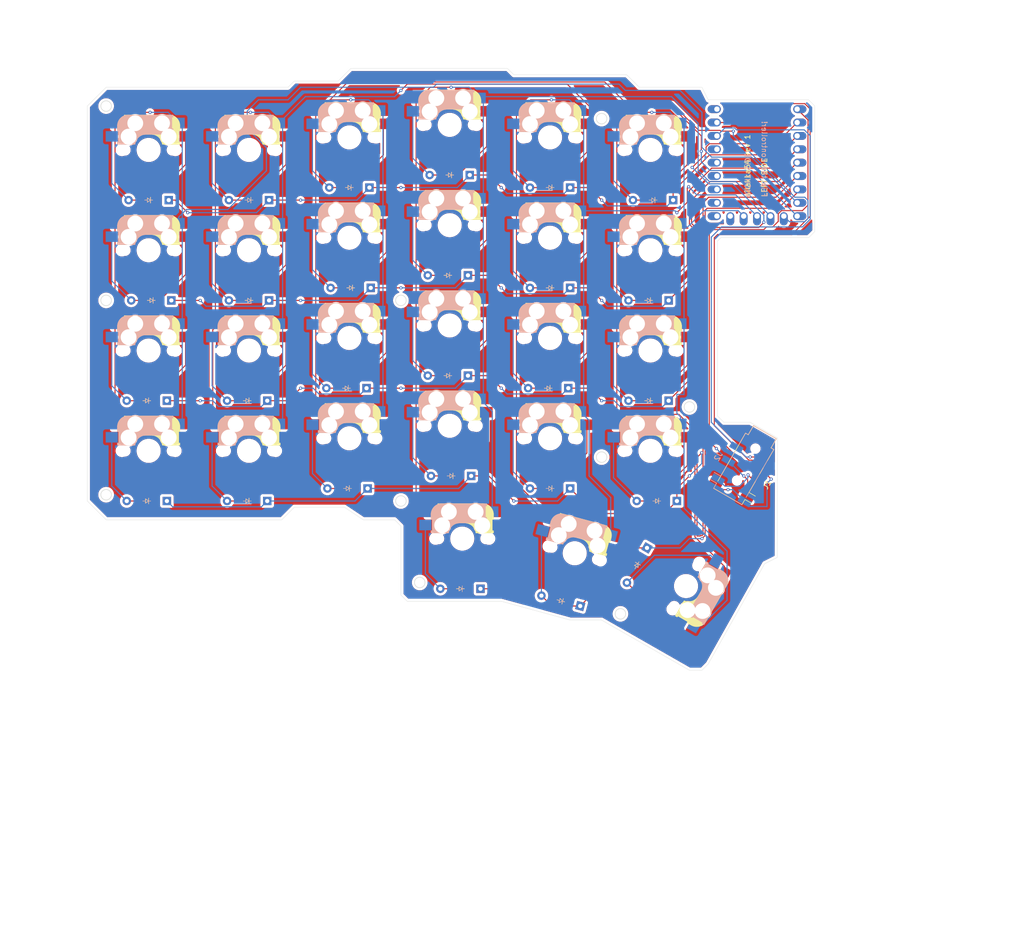
<source format=kicad_pcb>
(kicad_pcb (version 20240108) (generator "pcbnew") (generator_version "8.0")
  (layers (0 "F.Cu" signal) (31 "B.Cu" signal) (34 "B.Paste" user) (35 "F.Paste" user) (36 "B.SilkS" user "B.Silkscreen") (37 "F.SilkS" user "F.Silkscreen") (38 "B.Mask" user) (39 "F.Mask" user) (44 "Edge.Cuts" user))
  (net 0 "")
  (net 1 "Net-(D1-A)")
  (net 2 "ROW0")
  (net 3 "Net-(D2-A)")
  (net 4 "Net-(D3-A)")
  (net 5 "Net-(D4-A)")
  (net 6 "Net-(D5-A)")
  (net 7 "Net-(D6-A)")
  (net 8 "ROW1")
  (net 9 "Net-(D7-A)")
  (net 10 "Net-(D8-A)")
  (net 11 "Net-(D9-A)")
  (net 12 "Net-(D10-A)")
  (net 13 "Net-(D11-A)")
  (net 14 "Net-(D12-A)")
  (net 15 "Net-(D13-A)")
  (net 16 "ROW2")
  (net 17 "Net-(D14-A)")
  (net 18 "Net-(D15-A)")
  (net 19 "Net-(D16-A)")
  (net 20 "Net-(D17-A)")
  (net 21 "Net-(D18-A)")
  (net 22 "ROW3")
  (net 23 "Net-(D19-A)")
  (net 24 "Net-(D20-A)")
  (net 25 "Net-(D21-A)")
  (net 26 "Net-(D22-A)")
  (net 27 "Net-(D23-A)")
  (net 28 "Net-(D24-A)")
  (net 29 "Net-(D25-A)")
  (net 30 "ROW4")
  (net 31 "Net-(D26-A)")
  (net 32 "Net-(D27-A)")
  (net 33 "COL0")
  (net 34 "COL1")
  (net 35 "COL2")
  (net 36 "COL3")
  (net 37 "COL4")
  (net 38 "COL5")
  (net 40 "RX")
  (net 41 "VCC")
  (net 47 "TX")
  (net 48 "GND")
  (footprint "ScottoKeebs_Components:Diode_DO-35" (layer "F.Cu") (at 138.92875 88.10625 180)
    (property "Reference" "D18" (hide yes))
    (property "Value" "Diode" (hide yes))
  )
  (footprint "own:M2_hole" (layer "F.Cu") (at 32.146875 105.965625)
    (property "Reference" "REF**" (hide yes))
    (property "Value" "M2_hole")
    (fp_circle (center 0 0) (end 1 0) (stroke (width 0.1)) (fill none) (layer "Edge.Cuts"))
  )
  (footprint "ScottoKeebs_Components:Diode_DO-35" (layer "F.Cu") (at 82.37875 66.675 180)
    (property "Reference" "D9" (hide yes))
    (property "Value" "Diode" (hide yes))
  )
  (footprint "ScottoKeebs_Components:Diode_DO-35" (layer "F.Cu") (at 120.228749 47.625001 180)
    (property "Reference" "D5" (hide yes))
    (property "Value" "Diode" (hide yes))
  )
  (footprint "kbd:CherryMX_MidHeight_Hotswap" (layer "F.Cu") (at 99.75 114.3)
    (property "Reference" "S25" (hide yes))
    (property "Value" "Keyswitch" (hide yes))
  )
  (footprint "ScottoKeebs_Components:Diode_DO-35" (layer "F.Cu") (at 134.8175 116.066052 -120)
    (property "Reference" "D27" (hide yes))
    (property "Value" "Diode" (hide yes))
  )
  (footprint "kbd:CherryMX_MidHeight_Hotswap" (layer "F.Cu") (at 116.41875 57.15)
    (property "Reference" "S11" (hide yes))
    (property "Value" "Keyswitch" (hide yes))
  )
  (footprint "kbd:CherryMX_MidHeight_Hotswap" (layer "F.Cu") (at 116.41875 38.1)
    (property "Reference" "S5" (hide yes))
    (property "Value" "Keyswitch" (hide yes))
  )
  (footprint "kbd:CherryMX_MidHeight_Hotswap" (layer "F.Cu") (at 135.46875 40.48125)
    (property "Reference" "S6" (hide yes))
    (property "Value" "Keyswitch" (hide yes))
  )
  (footprint "own:M2_hole" (layer "F.Cu") (at 88.10625 69.05625)
    (property "Reference" "REF**" (hide yes))
    (property "Value" "M2_hole")
    (fp_circle (center 0 0) (end 1 0) (stroke (width 0.1)) (fill none) (layer "Edge.Cuts"))
  )
  (footprint "kbd:CherryMX_MidHeight_Hotswap" (layer "F.Cu") (at 97.36875 54.76875)
    (property "Reference" "S10" (hide yes))
    (property "Value" "Keyswitch" (hide yes))
  )
  (footprint "ScottoKeebs_Components:Diode_DO-35" (layer "F.Cu") (at 103.210002 123.825001 180)
    (property "Reference" "D25" (hide yes))
    (property "Value" "Diode" (hide yes))
  )
  (footprint "kbd:CherryMX_MidHeight_Hotswap" (layer "F.Cu") (at 116.41875 95.25)
    (property "Reference" "S23" (hide yes))
    (property "Value" "Keyswitch" (hide yes))
  )
  (footprint "ScottoKeebs_Components:Diode_DO-35" (layer "F.Cu") (at 100.82875 83.34375 180)
    (property "Reference" "D16" (hide yes))
    (property "Value" "Diode" (hide yes))
  )
  (footprint "ScottoKeebs_Components:Diode_DO-35" (layer "F.Cu") (at 81.778752 104.775001 180)
    (property "Reference" "D21" (hide yes))
    (property "Value" "Diode" (hide yes))
  )
  (footprint "own:M2_hole" (layer "F.Cu") (at 91.678125 122.634375)
    (property "Reference" "REF**" (hide yes))
    (property "Value" "M2_hole")
    (fp_circle (center 0 0) (end 1 0) (stroke (width 0.1)) (fill none) (layer "Edge.Cuts"))
  )
  (footprint "ScottoKeebs_Components:Diode_DO-35" (layer "F.Cu") (at 62.72875 88.10625 180)
    (property "Reference" "D14" (hide yes))
    (property "Value" "Diode" (hide yes))
  )
  (footprint "kbd:CherryMX_MidHeight_Hotswap" (layer "F.Cu") (at 78.31875 38.1)
    (property "Reference" "S3" (hide yes))
    (property "Value" "Keyswitch" (hide yes))
  )
  (footprint "kbd:CherryMX_MidHeight_Hotswap" (layer "F.Cu") (at 121.09875 117.08125 -15)
    (property "Reference" "S26" (hide yes))
    (property "Value" "Keyswitch" (hide yes))
  )
  (footprint "kbd:CherryMX_MidHeight_Hotswap" (layer "F.Cu") (at 116.41875 76.2)
    (property "Reference" "S17" (hide yes))
    (property "Value" "Keyswitch" (hide yes))
  )
  (footprint "kbd:CherryMX_MidHeight_Hotswap" (layer "F.Cu") (at 59.26875 59.53125)
    (property "Reference" "S8" (hide yes))
    (property "Value" "Keyswitch" (hide yes))
  )
  (footprint "own:M2_hole" (layer "F.Cu") (at 88.10625 107.15625)
    (property "Reference" "REF**" (hide yes))
    (property "Value" "M2_hole")
    (fp_circle (center 0 0) (end 1 0) (stroke (width 0.1)) (fill none) (layer "Edge.Cuts"))
  )
  (footprint "Connector_Audio:Jack_3.5mm_PJ320D_Horizontal" (layer "F.Cu") (at 153.023328 101.341521 -120)
    (property "Reference" "J1")
    (property "Value" "AudioJack4")
  )
  (footprint "ScottoKeebs_Components:Diode_DO-35" (layer "F.Cu") (at 82.128749 47.625 180)
    (property "Reference" "D3" (hide yes))
    (property "Value" "Diode" (hide yes))
  )
  (footprint "own:M2_hole" (layer "F.Cu") (at 126.20625 34.528125)
    (property "Reference" "REF**" (hide yes))
    (property "Value" "M2_hole")
    (fp_circle (center 0 0) (end 1 0) (stroke (width 0.1)) (fill none) (layer "Edge.Cuts"))
  )
  (footprint "ScottoKeebs_Components:Diode_DO-35" (layer "F.Cu") (at 44.028749 50.006251 180)
    (property "Reference" "D1" (hide yes))
    (property "Value" "Diode" (hide yes))
  )
  (footprint "own:M2_hole" (layer "F.Cu") (at 142.875 89.296875)
    (property "Reference" "REF**" (hide yes))
    (property "Value" "M2_hole")
    (fp_circle (center 0 0) (end 1 0) (stroke (width 0.1)) (fill none) (layer "Edge.Cuts"))
  )
  (footprint "ScottoKeebs_Components:Diode_DO-35" (layer "F.Cu") (at 44.52875 69.05625 180)
    (property "Reference" "D7" (hide yes))
    (property "Value" "Diode" (hide yes))
  )
  (footprint "kbd:CherryMX_MidHeight_Hotswap" (layer "F.Cu") (at 40.21875 78.58125)
    (property "Reference" "S13" (hide yes))
    (property "Value" "Keyswitch" (hide yes))
  )
  (footprint "kbd:CherryMX_MidHeight_Hotswap" (layer "F.Cu") (at 97.36875 73.81875)
    (property "Reference" "S16" (hide yes))
    (property "Value" "Keyswitch" (hide yes))
  )
  (footprint "own:M2_hole" (layer "F.Cu") (at 126.20625 98.821875)
    (property "Reference" "REF**" (hide yes))
    (property "Value" "M2_hole")
    (fp_circle (center 0 0) (end 1 0) (stroke (width 0.1)) (fill none) (layer "Edge.Cuts"))
  )
  (footprint "kbd:CherryMX_MidHeight_Hotswap" (layer "F.Cu") (at 142.22875 123.31125 -120)
    (property "Reference" "S27" (hide yes))
    (property "Value" "Keyswitch" (hide yes))
  )
  (footprint "kbd:CherryMX_MidHeight_Hotswap" (layer "F.Cu") (at 59.26875 78.58125)
    (property "Reference" "S14" (hide yes))
    (property "Value" "Keyswitch" (hide yes))
  )
  (footprint "kbd:CherryMX_MidHeight_Hotswap" (layer "F.Cu") (at 40.21875 59.53125)
    (property "Reference" "S7" (hide yes))
    (property "Value" "Keyswitch" (hide yes))
  )
  (footprint "kbd:CherryMX_MidHeight_Hotswap" (layer "F.Cu") (at 97.36875 92.86875)
    (property "Reference" "S22" (hide yes))
    (property "Value" "Keyswitch" (hide yes))
  )
  (footprint "kbd:CherryMX_MidHeight_Hotswap" (layer "F.Cu") (at 40.21875 97.63125)
    (property "Reference" "S19" (hide yes))
    (property "Value" "Keyswitch" (hide yes))
  )
  (footprint "ScottoKeebs_Components:Diode_DO-35" (layer "F.Cu") (at 119.878752 85.725001 180)
    (property "Reference" "D17" (hide yes))
    (property "Value" "Diode" (hide yes))
  )
  (footprint "ScottoKeebs_Components:Diode_DO-35" (layer "F.Cu") (at 63.078749 50.00625 180)
    (property "Reference" "D2" (hide yes))
    (property "Value" "Diode" (hide yes))
  )
  (footprint "own:M2_hole" (layer "F.Cu") (at 32.146875 69.05625)
    (property "Reference" "REF**" (hide yes))
    (property "Value" "M2_hole")
    (fp_circle (center 0 0) (end 1 0) (stroke (width 0.1)) (fill none) (layer "Edge.Cuts"))
  )
  (footprint "ScottoKeebs_Components:Diode_DO-35" (layer "F.Cu") (at 43.678752 107.156251 180)
    (property "Reference" "D19" (hide yes))
    (property "Value" "Diode" (hide yes))
  )
  (footprint "ScottoKeebs_MCU:RP2040_Zero" (layer "F.Cu") (at 155.70875 42.89125)
    (property "Reference" "U1" (hide yes))
    (property "Value" "RP2040_Zero" (hide yes))
  )
  (footprint "kbd:CherryMX_MidHeight_Hotswap" (layer "F.Cu") (at 59.26875 97.63125)
    (property "Reference" "S20" (hide yes))
    (property "Value" "Keyswitch" (hide yes))
  )
  (footprint "ScottoKeebs_Components:Diode_DO-35" (layer "F.Cu") (at 100.828752 64.293751 180)
    (property "Reference" "D10" (hide yes))
    (property "Value" "Diode" (hide yes))
  )
  (footprint "own:M2_hole" (layer "F.Cu") (at 129.778125 128.5875)
    (property "Reference" "REF**" (hide yes))
    (property "Value" "M2_hole")
    (fp_circle (center 0 0) (end 1 0) (stroke (width 0.1)) (fill none) (layer "Edge.Cuts"))
  )
  (footprint "ScottoKeebs_Components:Diode_DO-35" (layer "F.Cu") (at 101.441249 102.393751 180)
    (property "Reference" "D22" (hide yes))
    (property "Value" "Diode" (hide yes))
  )
  (footprint "kbd:CherryMX_MidHeight_Hotswap" (layer "F.Cu") (at 59.26875 40.48125)
    (property "Reference" "S2" (hide yes))
    (property "Value" "Keyswitch" (hide yes))
  )
  (footprint "ScottoKeebs_Components:Diode_DO-35" (layer "F.Cu") (at 81.578751 85.725 180)
    (property "Reference" "D15" (hide yes))
    (property "Value" "Diode" (hide yes))
  )
  (footprint "ScottoKeebs_Components:Diode_DO-35" (layer "F.Cu") (at 120.228749 104.775001 180)
    (property "Reference" "D23" (hide yes))
    (property "Value" "Diode" (hide yes))
  )
  (footprint "kbd:CherryMX_MidHeight_Hotswap" (layer "F.Cu") (at 78.31875 95.25)
    (property "Reference" "S21" (hide yes))
    (property "Value" "Keyswitch" (hide yes))
  )
  (footprint "kbd:CherryMX_MidHeight_Hotswap" (layer "F.Cu") (at 135.46875 59.53125)
    (property "Reference" "S12" (hide yes))
    (property "Value" "Keyswitch" (hide yes))
  )
  (footprint "kbd:CherryMX_MidHeight_Hotswap" (layer "F.Cu") (at 135.46875 78.58125)
    (property "Reference" "S18" (hide yes))
    (property "Value" "Keyswitch" (hide yes))
  )
  (footprint "ScottoKeebs_Components:Diode_DO-35" (layer "F.Cu") (at 101.178749 45.243751 180)
    (property "Reference" "D4" (hide yes))
    (property "Value" "Diode" (hide yes))
  )
  (footprint "ScottoKeebs_Components:Diode_DO-35" (layer "F.Cu") (at 122.142103 127.101764 165)
    (property "Reference" "D26" (hide yes))
    (property "Value" "Diode" (hide yes))
  )
  (footprint "ScottoKeebs_Components:Diode_DO-35" (layer "F.Cu") (at 62.72875 107.15625 180)
    (property "Reference" "D20" (hide yes))
    (property "Value" "Diode" (hide yes))
  )
  (footprint "ScottoKeebs_Components:Diode_DO-35" (layer "F.Cu") (at 140.49375 107.15625 180)
    (property "Reference" "D24" (hide yes))
    (property "Value" "Diode" (hide yes))
  )
  (footprint "kbd:CherryMX_MidHeight_Hotswap" (layer "F.Cu") (at 97.36875 35.71875)
    (property "Reference" "S4" (hide yes))
    (property "Value" "Keyswitch" (hide yes))
  )
  (footprint "kbd:CherryMX_MidHeight_Hotswap" (layer "F.Cu") (at 135.46875 97.63125)
    (property "Reference" "S24" (hide yes))
    (property "Value" "Keyswitch" (hide yes))
  )
  (footprint "kbd:CherryMX_MidHeight_Hotswap" (layer "F.Cu") (at 78.31875 57.15)
    (property "Reference" "S9" (hide yes))
    (property "Value" "Keyswitch" (hide yes))
  )
  (footprint "ScottoKeebs_Components:Diode_DO-35" (layer "F.Cu") (at 43.678752 88.106251 180)
    (property "Reference" "D13" (hide yes))
    (property "Value" "Diode" (hide yes))
  )
  (footprint "kbd:CherryMX_MidHeight_Hotswap" (layer "F.Cu") (at 78.31875 76.2)
    (property "Reference" "S15" (hide yes))
    (property "Value" "Keyswitch" (hide yes))
  )
  (footprint "ScottoKeebs_Components:Diode_DO-35" (layer "F.Cu") (at 63.078749 69.056251 180)
    (property "Reference" "D8" (hide yes))
    (property "Value" "Diode" (hide yes))
  )
  (footprint "ScottoKeebs_Components:Diode_DO-35" (layer "F.Cu") (at 138.928752 69.056251 180)
    (property "Reference" "D12" (hide yes))
    (property "Value" "Diode" (hide yes))
  )
  (footprint "ScottoKeebs_Components:Diode_DO-35" (layer "F.Cu") (at 139.77875 50.00625 180)
    (property "Reference" "D6" (hide yes))
    (property "Value" "Diode" (hide yes))
  )
  (footprint "ScottoKeebs_Components:Diode_DO-35" (layer "F.Cu") (at 120.228749 66.675001 180)
    (property "Reference" "D11" (hide yes))
    (property "Value" "Diode" (hide yes))
  )
  (footprint "kbd:CherryMX_MidHeight_Hotswap" (layer "F.Cu") (at 40.21875 40.48125)
    (property "Reference" "S1" (hide yes))
    (property "Value" "Keyswitch" (hide yes))
  )
  (footprint "own:M2_hole" (layer "F.Cu") (at 32.146875 32.146875)
    (property "Reference" "REF**" (hide yes))
    (property "Value" "M2_hole")
    (fp_circle (center 0 0) (end 1 0) (stroke (width 0.1)) (fill none) (layer "Edge.Cuts"))
  )
  (footprint "Connector_Audio:Jack_3.5mm_PJ320D_Horizontal" (layer "B.Cu") (at 153.0125 101.335271 -120)
    (property "Reference" "J2")
    (property "Value" "AudioJack4")
  )
  (gr_poly (pts (xy 28.575 32.146875) (xy 32.146875 28.575) (xy 66.675 28.575) (xy 67.865625 27.384375) (xy 76.2 27.384375) (xy 78.58125 25.003125) (xy 108.346875 25.003125) (xy 109.5375 26.19375) (xy 130.96875 26.19375) (xy 133.35 28.575) (xy 145.25625 28.575) (xy 146.446875 30.95625) (xy 165.496875 30.95625) (xy 166.6875 32.146875) (xy 166.6875 55.959375) (xy 165.496875 57.15) (xy 148.828125 57.15) (xy 148.2 57.8) (xy 148.2 91) (xy 149.4 92.2) (xy 154.4 92.2) (xy 159.6 95.2) (xy 159.54375 117.871875) (xy 157.1625 119.0625) (xy 146.446875 138.1125) (xy 145.25625 139.303125) (xy 142.875 139.303125) (xy 126.20625 129.778125) (xy 125.015625 129.778125) (xy 120.253125 129.778125) (xy 107.15625 126.20625) (xy 89.296875 126.20625) (xy 88.10625 125.015625) (xy 88.10625 111.91875) (xy 86.915625 110.728125) (xy 80.9625 110.728125) (xy 77.390625 108.346875) (xy 67.865625 108.346875) (xy 65.484375 110.728125) (xy 32.146875 110.728125) (xy 28.575 107.15625)) (stroke (width 0.05)) (fill none) (layer "Edge.Cuts"))
  (gr_text "Flip the controller!\n\nRIGHT SIDE" (at 153.3 49.5 270) (layer "B.SilkS") (effects (font (size 1 1)) (justify left bottom mirror)))
  (gr_text "silakka54 rev 1\n\nLEFT SIDE" (at 157.7 49.5 90) (layer "F.SilkS") (effects (font (size 1 1)) (justify left bottom)))
  (segment (start 36.408749 50.006251) (end 40.481249 50.006251) (width 0.2) (layer "F.Cu") (net 1))
  (segment (start 40.481249 50.006251) (end 47.21875 43.26875) (width 0.2) (layer "F.Cu") (net 1))
  (segment (start 47.21875 43.26875) (end 47.21875 37.90125) (width 0.2) (layer "F.Cu") (net 1))
  (segment (start 33.21875 37.90125) (end 33.21875 46.816252) (width 0.2) (layer "B.Cu") (net 1))
  (segment (start 33.21875 46.816252) (end 36.408749 50.006251) (width 0.2) (layer "B.Cu") (net 1))
  (segment (start 120.228749 47.625001) (end 123.825001 47.625001) (width 0.2) (layer "F.Cu") (net 2))
  (segment (start 159.73875 41.40125) (end 146.7175 41.40125) (width 0.2) (layer "F.Cu") (net 2))
  (segment (start 44.028749 50.006251) (end 45.243751 50.006251) (width 0.2) (layer "F.Cu") (net 2))
  (segment (start 104.775001 45.243751) (end 107.15625 47.625) (width 0.2) (layer "F.Cu") (net 2))
  (segment (start 139.77875 48.34) (end 139.77875 50.00625) (width 0.2) (layer "F.Cu") (net 2))
  (segment (start 45.243751 50.006251) (end 47.625 52.3875) (width 0.2) (layer "F.Cu") (net 2))
  (segment (start 123.825001 47.625001) (end 126.20625 50.00625) (width 0.2) (layer "F.Cu") (net 2))
  (segment (start 101.178749 45.243751) (end 104.775001 45.243751) (width 0.2) (layer "F.Cu") (net 2))
  (segment (start 82.128749 47.625) (end 88.10625 47.625) (width 0.2) (layer "F.Cu") (net 2))
  (segment (start 63.078749 50.00625) (end 69.05625 50.00625) (width 0.2) (layer "F.Cu") (net 2))
  (segment (start 163.32875 37.81125) (end 159.73875 41.40125) (width 0.2) (layer "F.Cu") (net 2))
  (segment (start 146.7175 41.40125) (end 139.77875 48.34) (width 0.2) (layer "F.Cu") (net 2))
  (via (at 47.625 52.3875) (size 0.6) (drill 0.3) (layers "F.Cu" "B.Cu") (net 2))
  (via (at 88.10625 47.625) (size 0.6) (drill 0.3) (layers "F.Cu" "B.Cu") (net 2))
  (via (at 69.05625 50.00625) (size 0.6) (drill 0.3) (layers "F.Cu" "B.Cu") (net 2))
  (via (at 107.15625 47.625) (size 0.6) (drill 0.3) (layers "F.Cu" "B.Cu") (net 2))
  (via (at 126.20625 50.00625) (size 0.6) (drill 0.3) (layers "F.Cu" "B.Cu") (net 2))
  (segment (start 98.7975 47.625) (end 101.178749 45.243751) (width 0.2) (layer "B.Cu") (net 2))
  (segment (start 69.05625 50.00625) (end 79.747499 50.00625) (width 0.2) (layer "B.Cu") (net 2))
  (segment (start 119.128749 48.725001) (end 120.228749 47.625001) (width 0.2) (layer "B.Cu") (net 2))
  (segment (start 88.10625 47.625) (end 98.7975 47.625) (width 0.2) (layer "B.Cu") (net 2))
  (segment (start 60.697499 52.3875) (end 63.078749 50.00625) (width 0.2) (layer "B.Cu") (net 2))
  (segment (start 138.67875 51.10625) (end 139.77875 50.00625) (width 0.2) (layer "B.Cu") (net 2))
  (segment (start 126.20625 50.00625) (end 127.30625 51.10625) (width 0.2) (layer "B.Cu") (net 2))
  (segment (start 79.747499 50.00625) (end 82.128749 47.625) (width 0.2) (layer "B.Cu") (net 2))
  (segment (start 107.15625 47.625) (end 108.256251 48.725001) (width 0.2) (layer "B.Cu") (net 2))
  (segment (start 47.625 52.3875) (end 60.697499 52.3875) (width 0.2) (layer "B.Cu") (net 2))
  (segment (start 127.30625 51.10625) (end 138.67875 51.10625) (width 0.2) (layer "B.Cu") (net 2))
  (segment (start 108.256251 48.725001) (end 119.128749 48.725001) (width 0.2) (layer "B.Cu") (net 2))
  (segment (start 66.26875 43.26875) (end 59.53125 50.00625) (width 0.2) (layer "F.Cu") (net 3))
  (segment (start 66.26875 37.90125) (end 66.26875 43.26875) (width 0.2) (layer "F.Cu") (net 3))
  (segment (start 59.53125 50.00625) (end 55.458749 50.00625) (width 0.2) (layer "F.Cu") (net 3))
  (segment (start 52.26875 37.90125) (end 52.26875 46.816251) (width 0.2) (layer "B.Cu") (net 3))
  (segment (start 52.26875 46.816251) (end 55.458749 50.00625) (width 0.2) (layer "B.Cu") (net 3))
  (segment (start 84.778261 36.060489) (end 84.778261 41.427989) (width 0.2) (layer "F.Cu") (net 4))
  (segment (start 84.778261 41.427989) (end 78.58125 47.625) (width 0.2) (layer "F.Cu") (net 4))
  (segment (start 78.58125 47.625) (end 74.508749 47.625) (width 0.2) (layer "F.Cu") (net 4))
  (segment (start 85.31875 35.52) (end 84.778261 36.060489) (width 0.2) (layer "F.Cu") (net 4))
  (segment (start 71.31875 44.435001) (end 74.508749 47.625) (width 0.2) (layer "B.Cu") (net 4))
  (segment (start 71.31875 35.52) (end 71.31875 44.435001) (width 0.2) (layer "B.Cu") (net 4))
  (segment (start 95.249999 45.243751) (end 93.558749 45.243751) (width 0.2) (layer "F.Cu") (net 5))
  (segment (start 104.36875 33.13875) (end 104.36875 39.85375) (width 0.2) (layer "F.Cu") (net 5))
  (segment (start 95.25 45.24375) (end 95.249999 45.243751) (width 0.2) (layer "F.Cu") (net 5))
  (segment (start 98.97875 45.24375) (end 95.25 45.24375) (width 0.2) (layer "F.Cu") (net 5))
  (segment (start 104.36875 39.85375) (end 98.97875 45.24375) (width 0.2) (layer "F.Cu") (net 5))
  (segment (start 90.36875 42.053752) (end 93.558749 45.243751) (width 0.2) (layer "B.Cu") (net 5))
  (segment (start 90.36875 33.13875) (end 90.36875 42.053752) (width 0.2) (layer "B.Cu") (net 5))
  (segment (start 123.41875 35.52) (end 123.41875 40.8875) (width 0.2) (layer "F.Cu") (net 6))
  (segment (start 123.41875 40.8875) (end 116.681249 47.625001) (width 0.2) (layer "F.Cu") (net 6))
  (segment (start 116.681249 47.625001) (end 112.608749 47.625001) (width 0.2) (layer "F.Cu") (net 6))
  (segment (start 109.41875 44.435002) (end 112.608749 47.625001) (width 0.2) (layer "B.Cu") (net 6))
  (segment (start 109.41875 35.52) (end 109.41875 44.435002) (width 0.2) (layer "B.Cu") (net 6))
  (segment (start 142.46875 37.90125) (end 142.46875 43.26875) (width 0.2) (layer "F.Cu") (net 7))
  (segment (start 142.46875 43.26875) (end 135.73125 50.00625) (width 0.2) (layer "F.Cu") (net 7))
  (segment (start 135.73125 50.00625) (end 132.15875 50.00625) (width 0.2) (layer "F.Cu") (net 7))
  (segment (start 128.46875 37.90125) (end 128.46875 46.31625) (width 0.2) (layer "B.Cu") (net 7))
  (segment (start 128.46875 46.31625) (end 132.15875 50.00625) (width 0.2) (layer "B.Cu") (net 7))
  (segment (start 44.52875 69.05625) (end 50.00625 69.05625) (width 0.2) (layer "F.Cu") (net 8))
  (segment (start 143.91875 55.65125) (end 143.91875 64.066253) (width 0.2) (layer "F.Cu") (net 8))
  (segment (start 104.775001 64.293751) (end 107.15625 66.675) (width 0.2) (layer "F.Cu") (net 8))
  (segment (start 69.056249 69.056251) (end 69.05625 69.05625) (width 0.2) (layer "F.Cu") (net 8))
  (segment (start 142.875 48.160076) (end 142.875 54.6075) (width 0.2) (layer "F.Cu") (net 8))
  (segment (start 143.91875 64.066253) (end 138.928752 69.056251) (width 0.2) (layer "F.Cu") (net 8))
  (segment (start 63.078749 69.056251) (end 69.056249 69.056251) (width 0.2) (layer "F.Cu") (net 8))
  (segment (start 120.228749 66.675001) (end 123.825001 66.675001) (width 0.2) (layer "F.Cu") (net 8))
  (segment (start 82.37875 66.675) (end 88.10625 66.675) (width 0.2) (layer "F.Cu") (net 8))
  (segment (start 100.828752 64.293751) (end 104.775001 64.293751) (width 0.2) (layer "F.Cu") (net 8))
  (segment (start 159.73875 43.94125) (end 147.093826 43.94125) (width 0.2) (layer "F.Cu") (net 8))
  (segment (start 147.093826 43.94125) (end 142.875 48.160076) (width 0.2) (layer "F.Cu") (net 8))
  (segment (start 163.32875 40.35125) (end 159.73875 43.94125) (width 0.2) (layer "F.Cu") (net 8))
  (segment (start 123.825001 66.675001) (end 126.20625 69.05625) (width 0.2) (layer "F.Cu") (net 8))
  (segment (start 142.875 54.6075) (end 143.91875 55.65125) (width 0.2) (layer "F.Cu") (net 8))
  (via (at 107.15625 66.675) (size 0.6) (drill 0.3) (layers "F.Cu" "B.Cu") (net 8))
  (via (at 69.05625 69.05625) (size 0.6) (drill 0.3) (layers "F.Cu" "B.Cu") (net 8))
  (via (at 50.00625 69.05625) (size 0.6) (drill 0.3) (layers "F.Cu" "B.Cu") (net 8))
  (via (at 88.10625 66.675) (size 0.6) (drill 0.3) (layers "F.Cu" "B.Cu") (net 8))
  (via (at 126.20625 69.05625) (size 0.6) (drill 0.3) (layers "F.Cu" "B.Cu") (net 8))
  (segment (start 119.128749 67.775001) (end 120.228749 66.675001) (width 0.2) (layer "B.Cu") (net 8))
  (segment (start 126.20625 69.05625) (end 127.306251 70.156251) (width 0.2) (layer "B.Cu") (net 8))
  (segment (start 137.828752 70.156251) (end 138.928752 69.056251) (width 0.2) (layer "B.Cu") (net 8))
  (segment (start 127.306251 70.156251) (end 137.828752 70.156251) (width 0.2) (layer "B.Cu") (net 8))
  (segment (start 79.9975 69.05625) (end 82.37875 66.675) (width 0.2) (layer "B.Cu") (net 8))
  (segment (start 51.106251 70.156251) (end 61.978749 70.156251) (width 0.2) (layer "B.Cu") (net 8))
  (segment (start 107.15625 66.675) (end 108.256251 67.775001) (width 0.2) (layer "B.Cu") (net 8))
  (segment (start 61.978749 70.156251) (end 63.078749 69.056251) (width 0.2) (layer "B.Cu") (net 8))
  (segment (start 88.10625 66.675) (end 98.447503 66.675) (width 0.2) (layer "B.Cu") (net 8))
  (segment (start 108.256251 67.775001) (end 119.128749 67.775001) (width 0.2) (layer "B.Cu") (net 8))
  (segment (start 98.447503 66.675) (end 100.828752 64.293751) (width 0.2) (layer "B.Cu") (net 8))
  (segment (start 50.00625 69.05625) (end 51.106251 70.156251) (width 0.2) (layer "B.Cu") (net 8))
  (segment (start 69.05625 69.05625) (end 79.9975 69.05625) (width 0.2) (layer "B.Cu") (net 8))
  (segment (start 47.21875 64.16625) (end 42.32875 69.05625) (width 0.2) (layer "F.Cu") (net 9))
  (segment (start 42.32875 69.05625) (end 36.90875 69.05625) (width 0.2) (layer "F.Cu") (net 9))
  (segment (start 47.21875 56.95125) (end 47.21875 64.16625) (width 0.2) (layer "F.Cu") (net 9))
  (segment (start 33.21875 65.36625) (end 36.90875 69.05625) (width 0.2) (layer "B.Cu") (net 9))
  (segment (start 33.21875 56.95125) (end 33.21875 65.36625) (width 0.2) (layer "B.Cu") (net 9))
  (segment (start 59.531249 69.056251) (end 55.458749 69.056251) (width 0.2) (layer "F.Cu") (net 10))
  (segment (start 66.26875 56.95125) (end 66.26875 62.31875) (width 0.2) (layer "F.Cu") (net 10))
  (segment (start 66.26875 62.31875) (end 59.531249 69.056251) (width 0.2) (layer "F.Cu") (net 10))
  (segment (start 52.26875 56.95125) (end 52.26875 65.866252) (width 0.2) (layer "B.Cu") (net 10))
  (segment (start 52.26875 65.866252) (end 55.458749 69.056251) (width 0.2) (layer "B.Cu") (net 10))
  (segment (start 85.31875 59.9375) (end 78.58125 66.675) (width 0.2) (layer "F.Cu") (net 11))
  (segment (start 78.58125 66.675) (end 74.75875 66.675) (width 0.2) (layer "F.Cu") (net 11))
  (segment (start 85.31875 54.57) (end 85.31875 59.9375) (width 0.2) (layer "F.Cu") (net 11))
  (segment (start 71.31875 63.235) (end 74.75875 66.675) (width 0.2) (layer "B.Cu") (net 11))
  (segment (start 71.31875 54.57) (end 71.31875 63.235) (width 0.2) (layer "B.Cu") (net 11))
  (segment (start 97.631249 64.293751) (end 93.208752 64.293751) (width 0.2) (layer "F.Cu") (net 12))
  (segment (start 104.36875 57.55625) (end 97.631249 64.293751) (width 0.2) (layer "F.Cu") (net 12))
  (segment (start 104.36875 52.18875) (end 104.36875 57.55625) (width 0.2) (layer "F.Cu") (net 12))
  (segment (start 90.36875 52.18875) (end 90.36875 61.453749) (width 0.2) (layer "B.Cu") (net 12))
  (segment (start 90.36875 61.453749) (end 93.208752 64.293751) (width 0.2) (layer "B.Cu") (net 12))
  (segment (start 116.681249 66.675001) (end 112.608749 66.675001) (width 0.2) (layer "F.Cu") (net 13))
  (segment (start 123.41875 54.57) (end 123.41875 59.9375) (width 0.2) (layer "F.Cu") (net 13))
  (segment (start 123.41875 59.9375) (end 116.681249 66.675001) (width 0.2) (layer "F.Cu") (net 13))
  (segment (start 109.41875 54.57) (end 109.41875 63.485002) (width 0.2) (layer "B.Cu") (net 13))
  (segment (start 109.41875 63.485002) (end 112.608749 66.675001) (width 0.2) (layer "B.Cu") (net 13))
  (segment (start 142.46875 56.95125) (end 142.46875 62.31875) (width 0.2) (layer "F.Cu") (net 14))
  (segment (start 135.731249 69.056251) (end 131.308752 69.056251) (width 0.2) (layer "F.Cu") (net 14))
  (segment (start 142.46875 62.31875) (end 135.731249 69.056251) (width 0.2) (layer "F.Cu") (net 14))
  (segment (start 128.46875 56.95125) (end 128.46875 66.216249) (width 0.2) (layer "B.Cu") (net 14))
  (segment (start 128.46875 66.216249) (end 131.308752 69.056251) (width 0.2) (layer "B.Cu") (net 14))
  (segment (start 40.481249 88.106251) (end 36.058752 88.106251) (width 0.2) (layer "F.Cu") (net 15))
  (segment (start 47.21875 81.36875) (end 40.481249 88.106251) (width 0.2) (layer "F.Cu") (net 15))
  (segment (start 47.21875 76.00125) (end 47.21875 81.36875) (width 0.2) (layer "F.Cu") (net 15))
  (segment (start 33.21875 76.00125) (end 33.21875 85.266249) (width 0.2) (layer "B.Cu") (net 15))
  (segment (start 33.21875 85.266249) (end 36.058752 88.106251) (width 0.2) (layer "B.Cu") (net 15))
  (segment (start 104.775 83.34375) (end 107.15625 85.725) (width 0.2) (layer "F.Cu") (net 16))
  (segment (start 50.006249 88.106251) (end 50.00625 88.10625) (width 0.2) (layer "F.Cu") (net 16))
  (segment (start 143.275 54.441814) (end 144.31875 55.485564) (width 0.2) (layer "F.Cu") (net 16))
  (segment (start 159.73875 46.48125) (end 146.8 46.48125) (width 0.2) (layer "F.Cu") (net 16))
  (segment (start 119.878752 85.725001) (end 123.825001 85.725001) (width 0.2) (layer "F.Cu") (net 16))
  (segment (start 144.31875 82.71625) (end 138.92875 88.10625) (width 0.2) (layer "F.Cu") (net 16))
  (segment (start 144.31875 55.485564) (end 144.31875 82.71625) (width 0.2) (layer "F.Cu") (net 16))
  (segment (start 100.82875 83.34375) (end 104.775 83.34375) (width 0.2) (layer "F.Cu") (net 16))
  (segment (start 66.675 88.10625) (end 69.05625 85.725) (width 0.2) (layer "F.Cu") (net 16))
  (segment (start 43.678752 88.106251) (end 50.006249 88.106251) (width 0.2) (layer "F.Cu") (net 16))
  (segment (start 62.72875 88.10625) (end 66.675 88.10625) (width 0.2) (layer "F.Cu") (net 16))
  (segment (start 123.825001 85.725001) (end 126.20625 88.10625) (width 0.2) (layer "F.Cu") (net 16))
  (segment (start 146.8 46.48125) (end 143.275 50.00625) (width 0.2) (layer "F.Cu") (net 16))
  (segment (start 143.275 50.00625) (end 143.275 54.441814) (width 0.2) (layer "F.Cu") (net 16))
  (segment (start 81.578751 85.725) (end 88.10625 85.725) (width 0.2) (layer "F.Cu") (net 16))
  (segment (start 163.32875 42.89125) (end 159.73875 46.48125) (width 0.2) (layer "F.Cu") (net 16))
  (via (at 50.00625 88.10625) (size 0.6) (drill 0.3) (layers "F.Cu" "B.Cu") (net 16))
  (via (at 69.05625 85.725) (size 0.6) (drill 0.3) (layers "F.Cu" "B.Cu") (net 16))
  (via (at 126.20625 88.10625) (size 0.6) (drill 0.3) (layers "F.Cu" "B.Cu") (net 16))
  (via (at 88.10625 85.725) (size 0.6) (drill 0.3) (layers "F.Cu" "B.Cu") (net 16))
  (via (at 107.15625 85.725) (size 0.6) (drill 0.3) (layers "F.Cu" "B.Cu") (net 16))
  (segment (start 71.4375 85.725) (end 72.5375 86.825) (width 0.2) (layer "B.Cu") (net 16))
  (segment (start 52.3875 88.10625) (end 53.4875 89.20625) (width 0.2) (layer "B.Cu") (net 16))
  (segment (start 80.478751 86.825) (end 81.578751 85.725) (width 0.2) (layer "B.Cu") (net 16))
  (segment (start 61.62875 89.20625) (end 62.72875 88.10625) (width 0.2) (layer "B.Cu") (net 16))
  (segment (start 88.10625 85.725) (end 98.4475 85.725) (width 0.2) (layer "B.Cu") (net 16))
  (segment (start 72.5375 86.825) (end 80.478751 86.825) (width 0.2) (layer "B.Cu") (net 16))
  (segment (start 118.778752 86.825001) (end 119.878752 85.725001) (width 0.2) (layer "B.Cu") (net 16))
  (segment (start 98.4475 85.725) (end 100.82875 83.34375) (width 0.2) (layer "B.Cu") (net 16))
  (segment (start 126.20625 88.10625) (end 128.5875 88.10625) (width 0.2) (layer "B.Cu") (net 16))
  (segment (start 129.6875 89.20625) (end 137.82875 89.20625) (width 0.2) (layer "B.Cu") (net 16))
  (segment (start 53.4875 89.20625) (end 61.62875 89.20625) (width 0.2) (layer "B.Cu") (net 16))
  (segment (start 137.82875 89.20625) (end 138.92875 88.10625) (width 0.2) (layer "B.Cu") (net 16))
  (segment (start 128.5875 88.10625) (end 129.6875 89.20625) (width 0.2) (layer "B.Cu") (net 16))
  (segment (start 107.15625 85.725) (end 108.256251 86.825001) (width 0.2) (layer "B.Cu") (net 16))
  (segment (start 108.256251 86.825001) (end 118.778752 86.825001) (width 0.2) (layer "B.Cu") (net 16))
  (segment (start 50.00625 88.10625) (end 52.3875 88.10625) (width 0.2) (layer "B.Cu") (net 16))
  (segment (start 69.05625 85.725) (end 71.4375 85.725) (width 0.2) (layer "B.Cu") (net 16))
  (segment (start 66.26875 81.36875) (end 59.53125 88.10625) (width 0.2) (layer "F.Cu") (net 17))
  (segment (start 66.26875 76.00125) (end 66.26875 81.36875) (width 0.2) (layer "F.Cu") (net 17))
  (segment (start 59.53125 88.10625) (end 55.10875 88.10625) (width 0.2) (layer "F.Cu") (net 17))
  (segment (start 52.26875 85.26625) (end 55.10875 88.10625) (width 0.2) (layer "B.Cu") (net 17))
  (segment (start 52.26875 76.00125) (end 52.26875 85.26625) (width 0.2) (layer "B.Cu") (net 17))
  (segment (start 78.58125 85.725) (end 73.958751 85.725) (width 0.2) (layer "F.Cu") (net 18))
  (segment (start 85.31875 78.9875) (end 78.58125 85.725) (width 0.2) (layer "F.Cu") (net 18))
  (segment (start 85.31875 73.62) (end 85.31875 78.9875) (width 0.2) (layer "F.Cu") (net 18))
  (segment (start 71.31875 83.084999) (end 73.958751 85.725) (width 0.2) (layer "B.Cu") (net 18))
  (segment (start 71.31875 73.62) (end 71.31875 83.084999) (width 0.2) (layer "B.Cu") (net 18))
  (segment (start 97.63125 83.34375) (end 93.20875 83.34375) (width 0.2) (layer "F.Cu") (net 19))
  (segment (start 104.36875 71.23875) (end 104.36875 76.60625) (width 0.2) (layer "F.Cu") (net 19))
  (segment (start 104.36875 76.60625) (end 97.63125 83.34375) (width 0.2) (layer "F.Cu") (net 19))
  (segment (start 90.36875 80.50375) (end 93.20875 83.34375) (width 0.2) (layer "B.Cu") (net 19))
  (segment (start 90.36875 71.23875) (end 90.36875 80.50375) (width 0.2) (layer "B.Cu") (net 19))
  (segment (start 123.41875 78.9875) (end 116.681249 85.725001) (width 0.2) (layer "F.Cu") (net 20))
  (segment (start 123.41875 73.62) (end 123.41875 78.9875) (width 0.2) (layer "F.Cu") (net 20))
  (segment (start 116.681249 85.725001) (end 112.258752 85.725001) (width 0.2) (layer "F.Cu") (net 20))
  (segment (start 109.41875 73.62) (end 109.41875 82.884999) (width 0.2) (layer "B.Cu") (net 20))
  (segment (start 109.41875 82.884999) (end 112.258752 85.725001) (width 0.2) (layer "B.Cu") (net 20))
  (segment (start 135.73125 88.10625) (end 131.30875 88.10625) (width 0.2) (layer "F.Cu") (net 21))
  (segment (start 142.46875 76.00125) (end 142.46875 81.36875) (width 0.2) (layer "F.Cu") (net 21))
  (segment (start 142.46875 81.36875) (end 135.73125 88.10625) (width 0.2) (layer "F.Cu") (net 21))
  (segment (start 128.46875 85.26625) (end 131.30875 88.10625) (width 0.2) (layer "B.Cu") (net 21))
  (segment (start 128.46875 76.00125) (end 128.46875 85.26625) (width 0.2) (layer "B.Cu") (net 21))
  (segment (start 142.875 102.39375) (end 140.49375 104.775) (width 0.2) (layer "F.Cu") (net 22))
  (segment (start 104.775001 102.393751) (end 109.5375 107.15625) (width 0.2) (layer "F.Cu") (net 22))
  (segment (start 145.45625 50.531814) (end 146.526814 49.46125) (width 0.2) (layer "F.Cu") (net 22))
  (segment (start 145.007721 113.7) (end 145.290564 113.7) (width 0.2) (layer "F.Cu") (net 22))
  (segment (start 144.31875 113.80871) (end 144.899011 113.80871) (width 0.2) (layer "F.Cu") (net 22))
  (segment (start 120.228749 104.775001) (end 124.991248 109.5375) (width 0.2) (layer "F.Cu") (net 22))
  (segment (start 144.31875 98.88125) (end 144.31875 113.80871) (width 0.2) (layer "F.Cu") (net 22))
  (segment (start 146.526814 49.46125) (end 159.29875 49.46125) (width 0.2) (layer "F.Cu") (net 22))
  (segment (start 124.991248 109.5375) (end 138.1125 109.5375) (width 0.2) (layer "F.Cu") (net 22))
  (segment (start 145.45625 113.534314) (end 145.45625 50.531814) (width 0.2) (layer "F.Cu") (net 22))
  (segment (start 145.2 98) (end 144.31875 98.88125) (width 0.2) (layer "F.Cu") (net 22))
  (segment (start 101.441249 102.393751) (end 104.775001 102.393751) (width 0.2) (layer "F.Cu") (net 22))
  (segment (start 159.29875 49.46125) (end 163.32875 45.43125) (width 0.2) (layer "F.Cu") (net 22))
  (segment (start 140.49375 104.775) (end 140.49375 107.15625) (width 0.2) (layer "F.Cu") (net 22))
  (segment (start 144.899011 113.80871) (end 145.007721 113.7) (width 0.2) (layer "F.Cu") (net 22))
  (segment (start 145.290564 113.7) (end 145.45625 113.534314) (width 0.2) (layer "F.Cu") (net 22))
  (segment (start 138.1125 109.5375) (end 140.49375 107.15625) (width 0.2) (layer "F.Cu") (net 22))
  (via (at 145.2 98) (size 0.6) (drill 0.3) (layers "F.Cu" "B.Cu") (net 22))
  (via (at 109.5375 107.15625) (size 0.6) (drill 0.3) (layers "F.Cu" "B.Cu") (net 22))
  (via (at 142.875 102.39375) (size 0.6) (drill 0.3) (layers "F.Cu" "B.Cu") (net 22))
  (segment (start 145.2 100.06875) (end 142.875 102.39375) (width 0.2) (layer "B.Cu") (net 22))
  (segment (start 99.059999 104.775001) (end 81.778752 104.775001) (width 0.2) (layer "B.Cu") (net 22))
  (segment (start 79.397503 107.15625) (end 81.778752 104.775001) (width 0.2) (layer "B.Cu") (net 22))
  (segment (start 62.72875 107.15625) (end 79.397503 107.15625) (width 0.2) (layer "B.Cu") (net 22))
  (segment (start 43.678752 107.156251) (end 44.778751 108.25625) (width 0.2) (layer "B.Cu") (net 22))
  (segment (start 109.5375 107.15625) (end 117.8475 107.15625) (width 0.2) (layer "B.Cu") (net 22))
  (segment (start 44.778751 108.25625) (end 61.62875 108.25625) (width 0.2) (layer "B.Cu") (net 22))
  (segment (start 101.441249 102.393751) (end 99.059999 104.775001) (width 0.2) (layer "B.Cu") (net 22))
  (segment (start 145.2 98) (end 145.2 100.06875) (width 0.2) (layer "B.Cu") (net 22))
  (segment (start 61.62875 108.25625) (end 62.72875 107.15625) (width 0.2) (layer "B.Cu") (net 22))
  (segment (start 117.8475 107.15625) (end 120.228749 104.775001) (width 0.2) (layer "B.Cu") (net 22))
  (segment (start 47.625 100.0125) (end 40.481249 107.156251) (width 0.2) (layer "F.Cu") (net 23))
  (segment (start 47.21875 95.05125) (end 47.625 95.4575) (width 0.2) (layer "F.Cu") (net 23))
  (segment (start 47.625 95.4575) (end 47.625 100.0125) (width 0.2) (layer "F.Cu") (net 23))
  (segment (start 40.481249 107.156251) (end 36.058752 107.156251) (width 0.2) (layer "F.Cu") (net 23))
  (segment (start 33.21875 95.05125) (end 33.21875 104.316249) (width 0.2) (layer "B.Cu") (net 23))
  (segment (start 33.21875 104.316249) (end 36.058752 107.156251) (width 0.2) (layer "B.Cu") (net 23))
  (segment (start 59.53125 107.15625) (end 55.10875 107.15625) (width 0.2) (layer "F.Cu") (net 24))
  (segment (start 66.26875 100.41875) (end 59.53125 107.15625) (width 0.2) (layer "F.Cu") (net 24))
  (segment (start 66.26875 95.05125) (end 66.26875 100.41875) (width 0.2) (layer "F.Cu") (net 24))
  (segment (start 52.26875 95.05125) (end 52.26875 104.31625) (width 0.2) (layer "B.Cu") (net 24))
  (segment (start 52.26875 104.31625) (end 55.10875 107.15625) (width 0.2) (layer "B.Cu") (net 24))
  (segment (start 85.31875 92.67) (end 85.31875 98.0375) (width 0.2) (layer "F.Cu") (net 25))
  (segment (start 76.2 104.775) (end 76.199999 104.775001) (width 0.2) (layer "F.Cu") (net 25))
  (segment (start 78.58125 104.775) (end 76.2 104.775) (width 0.2) (layer "F.Cu") (net 25))
  (segment (start 85.31875 98.0375) (end 78.58125 104.775) (width 0.2) (layer "F.Cu") (net 25))
  (segment (start 76.199999 104.775001) (end 74.158752 104.775001) (width 0.2) (layer "F.Cu") (net 25))
  (segment (start 71.31875 101.934999) (end 74.158752 104.775001) (width 0.2) (layer "B.Cu") (net 25))
  (segment (start 71.31875 92.67) (end 71.31875 101.934999) (width 0.2) (layer "B.Cu") (net 25))
  (segment (start 97.631249 102.393751) (end 93.821249 102.393751) (width 0.2) (layer "F.Cu") (net 26))
  (segment (start 104.36875 90.28875) (end 104.36875 95.65625) (width 0.2) (layer "F.Cu") (net 26))
  (segment (start 104.36875 95.65625) (end 97.631249 102.393751) (width 0.2) (layer "F.Cu") (net 26))
  (segment (start 90.36875 90.28875) (end 90.36875 98.941252) (width 0.2) (layer "B.Cu") (net 26))
  (segment (start 90.36875 98.941252) (end 93.821249 102.393751) (width 0.2) (layer "B.Cu") (net 26))
  (segment (start 123.41875 98.0375) (end 116.681249 104.775001) (width 0.2) (layer "F.Cu") (net 27))
  (segment (start 116.681249 104.775001) (end 112.608749 104.775001) (width 0.2) (layer "F.Cu") (net 27))
  (segment (start 123.41875 92.67) (end 123.41875 98.0375) (width 0.2) (layer "F.Cu") (net 27))
  (segment (start 109.41875 101.585002) (end 112.608749 104.775001) (width 0.2) (layer "B.Cu") (net 27))
  (segment (start 109.41875 92.67) (end 109.41875 101.585002) (width 0.2) (layer "B.Cu") (net 27))
  (segment (start 142.46875 100.41875) (end 135.73125 107.15625) (width 0.2) (layer "F.Cu") (net 28))
  (segment (start 135.73125 107.15625) (end 132.87375 107.15625) (width 0.2) (layer "F.Cu") (net 28))
  (segment (start 142.46875 95.05125) (end 142.46875 100.41875) (width 0.2) (layer "F.Cu") (net 28))
  (segment (start 128.46875 95.05125) (end 128.46875 102.75125) (width 0.2) (layer "B.Cu") (net 28))
  (segment (start 128.46875 102.75125) (end 132.87375 107.15625) (width 0.2) (layer "B.Cu") (net 28))
  (segment (start 106.75 111.72) (end 106.75 117.0875) (width 0.2) (layer "F.Cu") (net 29))
  (segment (start 106.75 117.0875) (end 100.012499 123.825001) (width 0.2) (layer "F.Cu") (net 29))
  (segment (start 100.012499 123.825001) (end 95.590002 123.825001) (width 0.2) (layer "F.Cu") (net 29))
  (segment (start 92.75 111.72) (end 92.75 120.984999) (width 0.2) (layer "B.Cu") (net 29))
  (segment (start 92.75 120.984999) (end 95.590002 123.825001) (width 0.2) (layer "B.Cu") (net 29))
  (segment (start 133.177815 116.066052) (end 134.8175 116.066052) (width 0.2) (layer "F.Cu") (net 30))
  (segment (start 163.32875 47.97125) (end 163.32875 48.6025) (width 0.2) (layer "F.Cu") (net 30))
  (segment (start 159.73875 51.56125) (end 146.23875 51.56125) (width 0.2) (layer "F.Cu") (net 30))
  (segment (start 161.925 50.00625) (end 161.29375 50.00625) (width 0.2) (layer "F.Cu") (net 30))
  (segment (start 111.924198 126.184458) (end 115.593421 127.101764) (width 0.2) (layer "F.Cu") (net 30))
  (segment (start 103.210002 123.825001) (end 109.564741 123.825001) (width 0.2) (layer "F.Cu") (net 30))
  (segment (start 146.23875 51.56125) (end 145.85625 51.94375) (width 0.2) (layer "F.Cu") (net 30))
  (segment (start 109.564741 123.825001) (end 111.924198 126.184458) (width 0.2) (layer "F.Cu") (net 30))
  (segment (start 163.32875 48.6025) (end 161.925 50.00625) (width 0.2) (layer "F.Cu") (net 30))
  (segment (start 145.85625 113.7) (end 145.25625 114.3) (width 0.2) (layer "F.Cu") (net 30))
  (segment (start 115.593421 127.101764) (end 122.142103 127.101764) (width 0.2) (layer "F.Cu") (net 30))
  (segment (start 145.85625 51.94375) (end 145.85625 113.7) (width 0.2) (layer "F.Cu") (net 30))
  (segment (start 122.142103 127.101764) (end 133.177815 116.066052) (width 0.2) (layer "F.Cu") (net 30))
  (segment (start 161.29375 50.00625) (end 159.73875 51.56125) (width 0.2) (layer "F.Cu") (net 30))
  (via (at 145.25625 114.3) (size 0.6) (drill 0.3) (layers "F.Cu" "B.Cu") (net 30))
  (segment (start 141.108948 116.066052) (end 134.8175 116.066052) (width 0.2) (layer "B.Cu") (net 30))
  (segment (start 142.875 114.3) (end 141.108948 116.066052) (width 0.2) (layer "B.Cu") (net 30))
  (segment (start 145.25625 114.3) (end 142.875 114.3) (width 0.2) (layer "B.Cu") (net 30))
  (segment (start 115.858435 126.20625) (end 114.781748 125.129563) (width 0.2) (layer "F.Cu") (net 31))
  (segment (start 120.033932 126.20625) (end 115.858435 126.20625) (width 0.2) (layer "F.Cu") (net 31))
  (segment (start 128.527984 117.712198) (end 120.033932 126.20625) (width 0.2) (layer "F.Cu") (net 31))
  (segment (start 128.527984 116.400895) (end 128.527984 117.712198) (width 0.2) (layer "F.Cu") (net 31))
  (segment (start 114.781748 113.000702) (end 114.781748 125.129563) (width 0.2) (layer "B.Cu") (net 31))
  (segment (start 115.005022 112.777428) (end 114.781748 113.000702) (width 0.2) (layer "B.Cu") (net 31))
  (segment (start 140.963096 130.663428) (end 139.005762 130.663428) (width 0.2) (layer "F.Cu") (net 32))
  (segment (start 139.005762 130.663428) (end 131.0075 122.665166) (width 0.2) (layer "F.Cu") (net 32))
  (segment (start 136.213794 117.458872) (end 131.0075 122.665166) (width 0.2) (layer "B.Cu") (net 32))
  (segment (start 146.882898 117.458872) (end 136.213794 117.458872) (width 0.2) (layer "B.Cu") (net 32))
  (segment (start 147.963095 118.539069) (end 146.882898 117.458872) (width 0.2) (layer "B.Cu") (net 32))
  (segment (start 33.83875 72.78125) (end 34.51875 73.46125) (width 0.2) (layer "F.Cu") (net 33))
  (segment (start 34.51875 54.41125) (end 33.83875 55.09125) (width 0.2) (layer "F.Cu") (net 33))
  (segment (start 36.5425 33.3375) (end 34.51875 35.36125) (width 0.2) (layer "F.Cu") (net 33))
  (segment (start 34.51875 35.36125) (end 33.83875 36.04125) (width 0.2) (layer "F.Cu") (net 33))
  (segment (start 33.83875 74.14125) (end 33.83875 91.83125) (width 0.2) (layer "F.Cu") (net 33))
  (segment (start 33.83875 55.09125) (end 33.83875 72.78125) (width 0.2) (layer "F.Cu") (net 33))
  (segment (start 33.83875 53.73125) (end 34.51875 54.41125) (width 0.2) (layer "F.Cu") (net 33))
  (segment (start 40.48125 33.3375) (end 36.5425 33.3375) (width 0.2) (layer "F.Cu") (net 33))
  (segment (start 34.51875 73.46125) (end 33.83875 74.14125) (width 0.2) (layer "F.Cu") (net 33))
  (segment (start 33.83875 91.83125) (end 34.51875 92.51125) (width 0.2) (layer "F.Cu") (net 33))
  (segment (start 33.83875 36.04125) (end 33.83875 53.73125) (width 0.2) (layer "F.Cu") (net 33))
  (via (at 40.48125 33.3375) (size 0.6) (drill 0.3) (layers "F.Cu" "B.Cu") (net 33))
  (segment (start 45.91875 54.41125) (end 45.91875 53.245221) (width 0.2) (layer "B.Cu") (net 33))
  (segment (start 62.56875 40.047544) (end 58.93125 36.410044) (width 0.2) (layer "B.Cu") (net 33))
  (segment (start 66.675 30.95625) (end 69.05625 28.575) (width 0.2) (layer "B.Cu") (net 33))
  (segment (start 61.063971 30.95625) (end 66.675 30.95625) (width 0.2) (layer "B.Cu") (net 33))
  (segment (start 45.91875 92.51125) (end 46.59875 91.83125) (width 0.2) (layer "B.Cu") (net 33))
  (segment (start 58.93125 33.088971) (end 61.063971 30.95625) (width 0.2) (layer "B.Cu") (net 33))
  (segment (start 45.91875 35.36125) (end 43.895 33.3375) (width 0.2) (layer "B.Cu") (net 33))
  (segment (start 145.25625 40.003674) (end 147.093826 41.84125) (width 0.2) (layer "B.Cu") (net 33))
  (segment (start 147.093826 41.84125) (end 154.65875 41.84125) (width 0.2) (layer "B.Cu") (net 33))
  (segment (start 129.498795 27.975) (end 130.698795 29.175) (width 0.2) (layer "B.Cu") (net 33))
  (segment (start 58.93125 36.410044) (end 58.93125 33.088971) (width 0.2) (layer "B.Cu") (net 33))
  (segment (start 94.876205 27.975) (end 129.498795 27.975) (width 0.2) (layer "B.Cu") (net 33))
  (segment (start 130.698795 29.175) (end 141.09375 29.175) (width 0.2) (layer "B.Cu") (net 33))
  (segment (start 69.05625 28.575) (end 94.276205 28.575) (width 0.2) (layer "B.Cu") (net 33))
  (segment (start 45.91875 53.245221) (end 47.376471 51.7875) (width 0.2) (layer "B.Cu") (net 33))
  (segment (start 47.376471 51.7875) (end 55.233134 51.7875) (width 0.2) (layer "B.Cu") (net 33))
  (segment (start 55.233134 51.7875) (end 62.56875 44.451884) (width 0.2) (layer "B.Cu") (net 33))
  (segment (start 46.59875 36.04125) (end 45.91875 35.36125) (width 0.2) (layer "B.Cu") (net 33))
  (segment (start 154.65875 41.84125) (end 163.32875 50.51125) (width 0.2) (layer "B.Cu") (net 33))
  (segment (start 43.895 33.3375) (end 40.48125 33.3375) (width 0.2) (layer "B.Cu") (net 33))
  (segment (start 94.276205 28.575) (end 94.876205 27.975) (width 0.2) (layer "B.Cu") (net 33))
  (segment (start 145.25625 33.3375) (end 145.25625 40.003674) (width 0.2) (layer "B.Cu") (net 33))
  (segment (start 62.56875 44.451884) (end 62.56875 40.047544) (width 0.2) (layer "B.Cu") (net 33))
  (segment (start 46.59875 91.83125) (end 46.59875 36.04125) (width 0.2) (layer "B.Cu") (net 33))
  (segment (start 141.09375 29.175) (end 145.25625 33.3375) (width 0.2) (layer "B.Cu") (net 33))
  (segment (start 52.88875 72.78125) (end 53.56875 73.46125) (width 0.2) (layer "F.Cu") (net 34))
  (segment (start 88.10625 29.175) (end 89.30625 27.975) (width 0.2) (layer "F.Cu") (net 34))
  (segment (start 52.3875 91.33) (end 53.56875 92.51125) (width 0.2) (layer "F.Cu") (net 34))
  (segment (start 53.56875 35.36125) (end 55.5925 33.3375) (width 0.2) (layer "F.Cu") (net 34))
  (segment (start 55.5925 33.3375) (end 59.53125 33.3375) (width 0.2) (layer "F.Cu") (net 34))
  (segment (start 53.56875 54.41125) (end 52.88875 55.09125) (width 0.2) (layer "F.Cu") (net 34))
  (segment (start 123.825 32.1375) (end 139.455 32.1375) (width 0.2) (layer "F.Cu") (net 34))
  (segment (start 145.131985 37.814485) (end 145.131985 40.727939) (width 0.2) (layer "F.Cu") (net 34))
  (segment (start 139.455 32.1375) (end 145.131985 37.814485) (width 0.2) (layer "F.Cu") (net 34))
  (segment (start 119.6625 27.975) (end 123.825 32.1375) (width 0.2) (layer "F.Cu") (net 34))
  (segment (start 53.56875 73.46125) (end 52.3875 74.6425) (width 0.2) (layer "F.Cu") (net 34))
  (segment (start 52.88875 53.73125) (end 53.56875 54.41125) (width 0.2) (layer "F.Cu") (net 34))
  (segment (start 53.56875 35.36125) (end 52.88875 36.04125) (width 0.2) (layer "F.Cu") (net 34))
  (segment (start 89.30625 27.975) (end 119.6625 27.975) (width 0.2) (layer "F.Cu") (net 34))
  (segment (start 52.88875 55.09125) (end 52.88875 72.78125) (width 0.2) (layer "F.Cu") (net 34))
  (segment (start 52.3875 74.6425) (end 52.3875 91.33) (width 0.2) (layer "F.Cu") (net 34))
  (segment (start 52.88875 36.04125) (end 52.88875 53.73125) (width 0.2) (layer "F.Cu") (net 34))
  (via (at 88.10625 29.175) (size 0.6) (drill 0.3) (layers "F.Cu" "B.Cu") (net 34))
  (via (at 145.131985 40.727939) (size 0.6) (drill 0.3) (layers "F.Cu" "B.Cu") (net 34))
  (via (at 59.53125 33.3375) (size 0.6) (drill 0.3) (layers "F.Cu" "B.Cu") (net 34))
  (segment (start 62.945 33.3375) (end 64.96875 35.36125) (width 0.2) (layer "B.Cu") (net 34))
  (segment (start 145.131985 40.727939) (end 145.131985 42.738235) (width 0.2) (layer "B.Cu") (net 34))
  (segment (start 65.64875 36.04125) (end 65.64875 91.83125) (width 0.2) (layer "B.Cu") (net 34))
  (segment (start 65.64875 91.83125) (end 64.96875 92.51125) (width 0.2) (layer "B.Cu") (net 34))
  (segment (start 154.65875 44.38125) (end 163.32875 53.05125) (width 0.2) (layer "B.Cu") (net 34))
  (segment (start 64.96875 35.36125) (end 65.64875 36.04125) (width 0.2) (layer "B.Cu") (net 34))
  (segment (start 64.96875 35.36125) (end 69.97375 30.35625) (width 0.2) (layer "B.Cu") (net 34))
  (segment (start 145.131985 42.738235) (end 146.775 44.38125) (width 0.2) (layer "B.Cu") (net 34))
  (segment (start 146.775 44.38125) (end 154.65875 44.38125) (width 0.2) (layer "B.Cu") (net 34))
  (segment (start 59.53125 33.3375) (end 62.945 33.3375) (width 0.2) (layer "B.Cu") (net 34))
  (segment (start 86.925 30.35625) (end 88.10625 29.175) (width 0.2) (layer "B.Cu") (net 34))
  (segment (start 69.97375 30.35625) (end 86.925 30.35625) (width 0.2) (layer "B.Cu") (net 34))
  (segment (start 71.93875 70.4) (end 72.61875 71.08) (width 0.2) (layer "F.Cu") (net 35))
  (segment (start 78.02375 27.575) (end 72.61875 32.98) (width 0.2) (layer "F.Cu") (net 35))
  (segment (start 72.61875 52.03) (end 71.93875 52.71) (width 0.2) (layer "F.Cu") (net 35))
  (segment (start 72.61875 32.98) (end 74.6425 30.95625) (width 0.2) (layer "F.Cu") (net 35))
  (segment (start 71.93875 33.66) (end 71.93875 51.35) (width 0.2) (layer "F.Cu") (net 35))
  (segment (start 151.209375 36.909375) (end 148.828125 36.909375) (width 0.2) (layer "F.Cu") (net 35))
  (segment (start 71.93875 71.76) (end 71.93875 89.45) (width 0.2) (layer "F.Cu") (net 35))
  (segment (start 139.620686 31.7375) (end 130.96875 31.7375) (width 0.2) (layer "F.Cu") (net 35))
  (segment (start 148.68 36.76125) (end 144.644436 36.76125) (width 0.2) (layer "F.Cu") (net 35))
  (segment (start 130.96875 31.7375) (end 126.80625 27.575) (width 0.2) (layer "F.Cu") (net 35))
  (segment (start 144.644436 36.76125) (end 139.620686 31.7375) (width 0.2) (layer "F.Cu") (net 35))
  (segment (start 126.80625 27.575) (end 78.02375 27.575) (width 0.2) (layer "F.Cu") (net 35))
  (segment (start 71.93875 51.35) (end 72.61875 52.03) (width 0.2) (layer "F.Cu") (net 35))
  (segment (start 148.828125 36.909375) (end 148.68 36.76125) (width 0.2) (layer "F.Cu") (net 35))
  (segment (start 72.61875 32.98) (end 71.93875 33.66) (width 0.2) (layer "F.Cu") (net 35))
  (segment (start 71.93875 89.45) (end 72.61875 90.13) (width 0.2) (layer "F.Cu") (net 35))
  (segment (start 72.61875 71.08) (end 71.93875 71.76) (width 0.2) (layer "F.Cu") (net 35))
  (segment (start 74.6425 30.95625) (end 78.58125 30.95625) (width 0.2) (layer "F.Cu") (net 35))
  (segment (start 71.93875 52.71) (end 71.93875 70.4) (width 0.2) (layer "F.Cu") (net 35))
  (via (at 78.58125 30.95625) (size 0.6) (drill 0.3) (layers "F.Cu" "B.Cu") (net 35))
  (via (at 151.209375 36.909375) (size 0.6) (drill 0.3) (layers "F.Cu" "B.Cu") (net 35))
  (segment (start 84.69875 33.66) (end 84.01875 32.98) (width 0.2) (layer "B.Cu") (net 35))
  (segment (start 84.01875 90.13) (end 84.69875 89.45) (width 0.2) (layer "B.Cu") (net 35))
  (segment (start 151.209375 37.776799) (end 162.893826 49.46125) (width 0.2) (layer "B.Cu") (net 35))
  (segment (start 164.763674 49.46125) (end 165.37875 50.076326) (width 0.2) (layer "B.Cu") (net 35))
  (segment (start 165.37875 53.486174) (end 164.763674 54.10125) (width 0.2) (layer "B.Cu") (net 35))
  (segment (start 84.69875 89.45) (end 84.69875 33.66) (width 0.2) (layer "B.Cu") (net 35))
  (segment (start 164.763674 54.10125) (end 161.83875 54.10125) (width 0.2) (layer "B.Cu") (net 35))
  (segment (start 165.37875 50.076326) (end 165.37875 53.486174) (width 0.2) (layer "B.Cu") (net 35))
  (segment (start 162.893826 49.46125) (end 164.763674 49.46125) (width 0.2) (layer "B.Cu") (net 35))
  (segment (start 81.995 30.95625) (end 84.01875 32.98) (width 0.2) (layer "B.Cu") (net 35))
  (segment (start 78.58125 30.95625) (end 81.995 30.95625) (width 0.2) (layer "B.Cu") (net 35))
  (segment (start 151.209375 36.909375) (end 151.209375 37.776799) (width 0.2) (layer "B.Cu") (net 35))
  (segment (start 161.83875 54.10125) (end 160.78875 53.05125) (width 0.2) (layer "B.Cu") (net 35))
  (segment (start 91.66875 87.74875) (end 90.98875 88.42875) (width 0.2) (layer "F.Cu") (net 36))
  (segment (start 91.66875 49.64875) (end 90.98875 50.32875) (width 0.2) (layer "F.Cu") (net 36))
  (segment (start 90.98875 106.11875) (end 94.05 109.18) (width 0.2) (layer "F.Cu") (net 36))
  (segment (start 90.98875 69.37875) (end 90.98875 87.06875) (width 0.2) (layer "F.Cu") (net 36))
  (segment (start 93.6925 28.575) (end 97.63125 28.575) (width 0.2) (layer "F.Cu") (net 36))
  (segment (start 90.98875 48.96875) (end 91.66875 49.64875) (width 0.2) (layer "F.Cu") (net 36))
  (segment (start 90.98875 87.06875) (end 91.66875 87.74875) (width 0.2) (layer "F.Cu") (net 36))
  (segment (start 90.98875 31.27875) (end 90.98875 48.96875) (width 0.2) (layer "F.Cu") (net 36))
  (segment (start 90.98875 88.42875) (end 90.98875 106.11875) (width 0.2) (layer "F.Cu") (net 36))
  (segment (start 91.66875 30.59875) (end 93.6925 28.575) (width 0.2) (layer "F.Cu") (net 36))
  (segment (start 91.66875 68.69875) (end 90.98875 69.37875) (width 0.2) (layer "F.Cu") (net 36))
  (segment (start 90.98875 68.01875) (end 91.66875 68.69875) (width 0.2) (layer "F.Cu") (net 36))
  (segment (start 91.66875 30.59875) (end 90.98875 31.27875) (width 0.2) (layer "F.Cu") (net 36))
  (segment (start 90.98875 50.32875) (end 90.98875 68.01875) (width 0.2) (layer "F.Cu") (net 36))
  (via (at 97.63125 28.575) (size 0.6) (drill 0.3) (layers "F.Cu" "B.Cu") (net 36))
  (segment (start 146.653826 46.48125) (end 151.67875 46.48125) (width 0.2) (layer "B.Cu") (net 36))
  (segment (start 103.31125 30.35625) (end 139.49375 30.35625) (width 0.2) (layer "B.Cu") (net 36))
  (segment (start 144.531985 35.394485) (end 144.531985 44.359409) (width 0.2) (layer "B.Cu") (net 36))
  (segment (start 103.06875 87.74875) (end 105.45 90.13) (width 0.2) (layer "B.Cu") (net 36))
  (segment (start 101.045 28.575) (end 103.06875 30.59875) (width 0.2) (layer "B.Cu") (net 36))
  (segment (start 103.06875 30.59875) (end 103.31125 30.35625) (width 0.2) (layer "B.Cu") (net 36))
  (segment (start 103.74875 87.06875) (end 103.06875 87.74875) (width 0.2) (layer "B.Cu") (net 36))
  (segment (start 151.67875 46.48125) (end 158.24875 53.05125) (width 0.2) (layer "B.Cu") (net 36))
  (segment (start 105.45 90.13) (end 105.45 109.18) (width 0.2) (layer "B.Cu") (net 36))
  (segment (start 144.531985 44.359409) (end 146.653826 46.48125) (width 0.2) (layer "B.Cu") (net 36))
  (segment (start 97.63125 28.575) (end 101.045 28.575) (width 0.2) (layer "B.Cu") (net 36))
  (segment (start 103.74875 31.27875) (end 103.74875 87.06875) (width 0.2) (layer "B.Cu") (net 36))
  (segment (start 139.49375 30.35625) (end 144.531985 35.394485) (width 0.2) (layer "B.Cu") (net 36))
  (segment (start 103.06875 30.59875) (end 103.74875 31.27875) (width 0.2) (layer "B.Cu") (net 36))
  (segment (start 110.03875 71.76) (end 110.03875 89.45) (width 0.2) (layer "F.Cu") (net 37))
  (segment (start 110.03875 51.35) (end 110.71875 52.03) (width 0.2) (layer "F.Cu") (net 37))
  (segment (start 110.03875 89.45) (end 110.71875 90.13) (width 0.2) (layer "F.Cu") (net 37))
  (segment (start 142.475 47.711546) (end 142.718273 47.468273) (width 0.2) (layer "F.Cu") (net 37))
  (segment (start 110.71875 90.13) (end 110.03875 90.81) (width 0.2) (layer "F.Cu") (net 37))
  (segment (start 110.03875 103.781065) (end 116.918126 110.660441) (width 0.2) (layer "F.Cu") (net 37))
  (segment (start 110.71875 32.98) (end 110.03875 33.66) (width 0.2) (layer "F.Cu") (net 37))
  (segment (start 140.49375 52.3875) (end 142.475 50.40625) (width 0.2) (layer "F.Cu") (net 37))
  (segment (start 110.03875 90.81) (end 110.03875 103.781065) (width 0.2) (layer "F.Cu") (net 37))
  (segment (start 110.03875 70.4) (end 110.71875 71.08) (width 0.2) (layer "F.Cu") (net 37))
  (segment (start 142.475 50.40625) (end 142.475 47.711546) (width 0.2) (layer "F.Cu") (net 37))
  (segment (start 110.03875 33.66) (end 110.03875 51.35) (width 0.2) (layer "F.Cu") (net 37))
  (segment (start 110.03875 52.71) (end 110.03875 70.4) (width 0.2) (layer "F.Cu") (net 37))
  (segment (start 110.71875 52.03) (end 110.03875 52.71) (width 0.2) (layer "F.Cu") (net 37))
  (segment (start 112.7425 30.95625) (end 116.68125 30.95625) (width 0.2) (layer "F.Cu") (net 37))
  (segment (start 110.71875 32.98) (end 112.7425 30.95625) (width 0.2) (layer "F.Cu") (net 37))
  (segment (start 110.71875 71.08) (end 110.03875 71.76) (width 0.2) (layer "F.Cu") (net 37))
  (via (at 140.49375 52.3875) (size 0.6) (drill 0.3) (layers "F.Cu" "B.Cu") (net 37))
  (via (at 142.718273 47.468273) (size 0.6) (drill 0.3) (layers "F.Cu" "B.Cu") (net 37))
  (via (at 116.68125 30.95625) (size 0.6) (drill 0.3) (layers "F.Cu" "B.Cu") (net 37))
  (segment (start 123.825 102.39375) (end 127.929681 106.498431) (width 0.2) (layer "B.Cu") (net 37))
  (segment (start 144.27125 49.02125) (end 151.67875 49.02125) (width 0.2) (layer "B.Cu") (net 37))
  (segment (start 116.68125 30.95625) (end 120.095 30.95625) (width 0.2) (layer "B.Cu") (net 37))
  (segment (start 151.67875 49.02125) (end 155.70875 53.05125) (width 0.2) (layer "B.Cu") (net 37))
  (segment (start 122.11875 90.13) (end 123.825 91.83625) (width 0.2) (layer "B.Cu") (net 37))
  (segment (start 120.095 30.95625) (end 122.11875 32.98) (width 0.2) (layer "B.Cu") (net 37))
  (segment (start 122.11875 52.03) (end 140.13625 52.03) (width 0.2) (layer "B.Cu") (net 37))
  (segment (start 140.13625 52.03) (end 140.49375 52.3875) (width 0.2) (layer "B.Cu") (net 37))
  (segment (start 123.825 91.83625) (end 123.825 102.39375) (width 0.2) (layer "B.Cu") (net 37))
  (segment (start 127.929681 106.498431) (end 127.929681 113.610978) (width 0.2) (layer "B.Cu") (net 37))
  (segment (start 122.79875 33.66) (end 122.79875 89.45) (width 0.2) (layer "B.Cu") (net 37))
  (segment (start 122.79875 89.45) (end 122.11875 90.13) (width 0.2) (layer "B.Cu") (net 37))
  (segment (start 142.718273 47.468273) (end 144.27125 49.02125) (width 0.2) (layer "B.Cu") (net 37))
  (segment (start 122.11875 32.98) (end 122.79875 33.66) (width 0.2) (layer "B.Cu") (net 37))
  (segment (start 129.08875 74.14125) (end 129.08875 91.83125) (width 0.2) (layer "F.Cu") (net 38))
  (segment (start 129.08875 72.78125) (end 129.76875 73.46125) (width 0.2) (layer "F.Cu") (net 38))
  (segment (start 149.512802 119.568448) (end 149.512802 120.934906) (width 0.2) (layer "F.Cu") (net 38))
  (segment (start 129.76875 35.36125) (end 131.7925 33.3375) (width 0.2) (layer "F.Cu") (net 38))
  (segment (start 140.86875 90.70125) (end 143.91875 93.75125) (width 0.2) (layer "F.Cu") (net 38))
  (segment (start 129.76875 92.51125) (end 131.57875 90.70125) (width 0.2) (layer "F.Cu") (net 38))
  (segment (start 129.76875 35.36125) (end 129.08875 36.04125) (width 0.2) (layer "F.Cu") (net 38))
  (segment (start 131.57875 90.70125) (end 140.86875 90.70125) (width 0.2) (layer "F.Cu") (net 38))
  (segment (start 131.7925 33.3375) (end 135.73125 33.3375) (width 0.2) (layer "F.Cu") (net 38))
  (segment (start 129.08875 53.73125) (end 129.76875 54.41125) (width 0.2) (layer "F.Cu") (net 38))
  (segment (start 129.08875 55.09125) (end 129.08875 72.78125) (width 0.2) (layer "F.Cu") (net 38))
  (segment (start 129.76875 73.46125) (end 129.08875 74.14125) (width 0.2) (layer "F.Cu") (net 38))
  (segment (start 129.76875 54.41125) (end 129.08875 55.09125) (width 0.2) (layer "F.Cu") (net 38))
  (segment (start 129.08875 36.04125) (end 129.08875 53.73125) (width 0.2) (layer "F.Cu") (net 38))
  (segment (start 129.08875 91.83125) (end 129.76875 92.51125) (width 0.2) (layer "F.Cu") (net 38))
  (segment (start 143.91875 93.75125) (end 143.91875 113.974396) (width 0.2) (layer "F.Cu") (net 38))
  (segment (start 143.91875 113.974396) (end 149.512802 119.568448) (width 0.2) (layer "F.Cu") (net 38))
  (via (at 135.73125 33.3375) (size 0.6) (drill 0.3) (layers "F.Cu" "B.Cu") (net 38))
  (segment (start 145.217815 130.807593) (end 150.01875 126.006658) (width 0.2) (layer "B.Cu") (net 38))
  (segment (start 141.84875 86.915625) (end 140.49375 86.915625) (width 0.2) (layer "B.Cu") (net 38))
  (segment (start 141.16875 54.41125) (end 141.85875 55.10125) (width 0.2) (layer "B.Cu") (net 38))
  (segment (start 143.812802 130.807593) (end 145.217815 130.807593) (width 0.2) (layer "B.Cu") (net 38))
  (segment (start 139.145 33.3375) (end 141.16875 35.36125) (width 0.2) (layer "B.Cu") (net 38))
  (segment (start 142.5425 55.10125) (end 145.6425 52.00125) (width 0.2) (layer "B.Cu") (net 38))
  (segment (start 152.11875 52.00125) (end 153.16875 53.05125) (width 0.2) (layer "B.Cu") (net 38))
  (segment (start 145.6425 52.00125) (end 152.11875 52.00125) (width 0.2) (layer "B.Cu") (net 38))
  (segment (start 150.01875 126.006658) (end 150.01875 116.68125) (width 0.2) (layer "B.Cu") (net 38))
  (segment (start 141.84875 108.51125) (end 141.84875 93.19125) (width 0.2) (layer "B.Cu") (net 38))
  (segment (start 141.84875 36.04125) (end 141.84875 86.915625) (width 0.2) (layer "B.Cu") (net 38))
  (segment (start 150.01875 116.68125) (end 141.84875 108.51125) (width 0.2) (layer "B.Cu") (net 38))
  (segment (start 141.16875 91.1625) (end 141.16875 92.51125) (width 0.2) (layer "B.Cu") (net 38))
  (segment (start 140.49375 86.915625) (end 140.49375 90.4875) (width 0.2) (layer "B.Cu") (net 38))
  (segment (start 141.16875 35.36125) (end 141.84875 36.04125) (width 0.2) (layer "B.Cu") (net 38))
  (segment (start 141.84875 93.19125) (end 141.16875 92.51125) (width 0.2) (layer "B.Cu") (net 38))
  (segment (start 135.73125 33.3375) (end 139.145 33.3375) (width 0.2) (layer "B.Cu") (net 38))
  (segment (start 141.85875 55.10125) (end 142.5425 55.10125) (width 0.2) (layer "B.Cu") (net 38))
  (segment (start 140.49375 90.4875) (end 141.16875 91.1625) (width 0.2) (layer "B.Cu") (net 38))
  (segment (start 146.875 55.2) (end 146.25625 55.81875) (width 0.2) (layer "F.Cu") (net 40))
  (segment (start 159.29875 39.30125) (end 146.653826 39.30125) (width 0.2) (layer "F.Cu") (net 40))
  (segment (start 156.044924 55.2) (end 146.875 55.2) (width 0.2) (layer "F.Cu") (net 40))
  (segment (start 153.2 102.4) (end 153.92541 103.12541) (width 0.2) (layer "F.Cu") (net 40))
  (segment (start 163.32875 35.27125) (end 159.29875 39.30125) (width 0.2) (layer "F.Cu") (net 40))
  (segment (start 157 54.2) (end 157 54.244924) (width 0.2) (layer "F.Cu") (net 40))
  (segment (start 146.653826 39.30125) (end 146.03875 39.916326) (width 0.2) (layer "F.Cu") (net 40))
  (segment (start 146.25625 55.81875) (end 146.25625 95.45625) (width 0.2) (layer "F.Cu") (net 40))
  (segment (start 146.03875 39.916326) (end 146.03875 41.16125) (width 0.2) (layer "F.Cu") (net 40))
  (segment (start 153.92541 103.12541) (end 153.92541 106.27907) (width 0.2) (layer "F.Cu") (net 40))
  (segment (start 157 54.244924) (end 156.044924 55.2) (width 0.2) (layer "F.Cu") (net 40))
  (segment (start 146.25625 95.45625) (end 148 97.2) (width 0.2) (layer "F.Cu") (net 40))
  (segment (start 146.03875 41.16125) (end 143.4 43.8) (width 0.2) (layer "F.Cu") (net 40))
  (via (at 148 97.2) (size 0.6) (drill 0.3) (layers "F.Cu" "B.Cu") (net 40))
  (via (at 157 54.2) (size 0.6) (drill 0.3) (layers "F.Cu" "B.Cu") (net 40))
  (via (at 153.2 102.4) (size 0.6) (drill 0.3) (layers "F.Cu" "B.Cu") (net 40))
  (via (at 143.4 43.8) (size 0.6) (drill 0.3) (layers "F.Cu" "B.Cu") (net 40))
  (segment (start 143.4 43.8) (end 146.52125 46.92125) (width 0.2) (layer "B.Cu") (net 40))
  (segment (start 148 97.2) (end 148.4 97.6) (width 0.2) (layer "B.Cu") (net 40))
  (segment (start 148.4 97.673302) (end 150.285415 99.558717) (width 0.2) (layer "B.Cu") (net 40))
  (segment (start 148.4 97.6) (end 148.4 97.673302) (width 0.2) (layer "B.Cu") (net 40))
  (segment (start 151.063674 46.92125) (end 157 52.857576) (width 0.2) (layer "B.Cu") (net 40))
  (segment (start 150.285415 99.558717) (end 153.126698 102.4) (width 0.2) (layer "B.Cu") (net 40))
  (segment (start 157 52.857576) (end 157 54.2) (width 0.2) (layer "B.Cu") (net 40))
  (segment (start 146.52125 46.92125) (end 151.063674 46.92125) (width 0.2) (layer "B.Cu") (net 40))
  (segment (start 153.126698 102.4) (end 153.2 102.4) (width 0.2) (layer "B.Cu") (net 40))
  (segment (start 154.4 98.8) (end 156.008516 98.8) (width 0.2) (layer "F.Cu") (net 41))
  (segment (start 156.008516 98.8) (end 157.425409 100.216893) (width 0.2) (layer "F.Cu") (net 41))
  (via (at 154.4 98.8) (size 0.6) (drill 0.3) (layers "F.Cu" "B.Cu") (net 41))
  (segment (start 147.0375 57.027424) (end 148.963674 55.10125) (width 0.2) (layer "B.Cu") (net 41))
  (segment (start 151.785418 96.960642) (end 147.0375 92.212724) (width 0.2) (layer "B.Cu") (net 41))
  (segment (start 165.8 37.797576) (end 164.66327 36.660846) (width 0.2) (layer "B.Cu") (net 41))
  (segment (start 164.66327 36.660846) (end 151.809375 36.660846) (width 0.2) (layer "B.Cu") (net 41))
  (segment (start 151.809375 36.660846) (end 151.457904 36.309375) (width 0.2) (layer "B.Cu") (net 41))
  (segment (start 148.963674 55.10125) (end 164.32936 55.10125) (width 0.2) (layer "B.Cu") (net 41))
  (segment (start 164.32936 55.10125) (end 165.8 53.63061) (width 0.2) (layer "B.Cu") (net 41))
  (segment (start 153.624776 98.8) (end 154.4 98.8) (width 0.2) (layer "B.Cu") (net 41))
  (segment (start 149.590625 36.309375) (end 148.08875 37.81125) (width 0.2) (layer "B.Cu") (net 41))
  (segment (start 151.785418 96.960642) (end 153.624776 98.8) (width 0.2) (layer "B.Cu") (net 41))
  (segment (start 151.457904 36.309375) (end 149.590625 36.309375) (width 0.2) (layer "B.Cu") (net 41))
  (segment (start 165.8 53.63061) (end 165.8 37.797576) (width 0.2) (layer "B.Cu") (net 41))
  (segment (start 147.0375 92.212724) (end 147.0375 57.027424) (width 0.2) (layer "B.Cu") (net 41))
  (segment (start 154 102.2) (end 154.614969 102.814969) (width 0.2) (layer "F.Cu") (net 47))
  (segment (start 165.37875 50.946174) (end 164.323674 52.00125) (width 0.2) (layer "F.Cu") (net 47))
  (segment (start 163.32875 32.73125) (end 165.37875 34.78125) (width 0.2) (layer "F.Cu") (net 47))
  (segment (start 165.37875 34.78125) (end 165.37875 50.946174) (width 0.2) (layer "F.Cu") (net 47))
  (segment (start 157 55.6) (end 147.040686 55.6) (width 0.2) (layer "F.Cu") (net 47))
  (segment (start 146.65625 93.545807) (end 155.925412 102.814969) (width 0.2) (layer "F.Cu") (net 47))
  (segment (start 157.49875 55.10125) (end 157 55.6) (width 0.2) (layer "F.Cu") (net 47))
  (segment (start 160.353826 52.00125) (end 159.73875 52.616326) (width 0.2) (layer "F.Cu") (net 47))
  (segment (start 164.323674 52.00125) (end 160.353826 52.00125) (width 0.2) (layer "F.Cu") (net 47))
  (segment (start 158.683674 55.10125) (end 157.49875 55.10125) (width 0.2) (layer "F.Cu") (net 47))
  (segment (start 147.040686 55.6) (end 146.65625 55.984436) (width 0.2) (layer "F.Cu") (net 47))
  (segment (start 159.73875 52.616326) (end 159.73875 54.046174) (width 0.2) (layer "F.Cu") (net 47))
  (segment (start 154.614969 102.814969) (end 155.925412 102.814969) (width 0.2) (layer "F.Cu") (net 47))
  (segment (start 159.73875 54.046174) (end 158.683674 55.10125) (width 0.2) (layer "F.Cu") (net 47))
  (segment (start 146.65625 55.984436) (end 146.65625 93.545807) (width 0.2) (layer "F.Cu") (net 47))
  (via (at 154 102.2) (size 0.6) (drill 0.3) (layers "F.Cu" "B.Cu") (net 47))
  (segment (start 148.285422 103.02282) (end 149.62478 104.362178) (width 0.2) (layer "B.Cu") (net 47))
  (segment (start 154 102.717813) (end 154 102.2) (width 0.2) (layer "B.Cu") (net 47))
  (segment (start 152.355635 104.362178) (end 154 102.717813) (width 0.2) (layer "B.Cu") (net 47))
  (segment (start 149.62478 104.362178) (end 152.355635 104.362178) (width 0.2) (layer "B.Cu") (net 47))
  (segment (start 154.8 99.4) (end 158.4 103) (width 0.2) (layer "F.Cu") (net 48))
  (segment (start 147.746245 103.981696) (end 148.764549 105) (width 0.2) (layer "F.Cu") (net 48))
  (segment (start 165.77875 32.696326) (end 165.77875 53.086174) (width 0.2) (layer "F.Cu") (net 48))
  (segment (start 165.77875 53.086174) (end 162.314924 56.55) (width 0.2) (layer "F.Cu") (net 48))
  (segment (start 154.009779 31.68125) (end 164.763674 31.68125) (width 0.2) (layer "F.Cu") (net 48))
  (segment (start 147.6 57.164799) (end 147.6 92.848529) (width 0.2) (layer "F.Cu") (net 48))
  (segment (start 154.151471 99.4) (end 154.8 99.4) (width 0.2) (layer "F.Cu") (net 48))
  (segment (start 148.08875 35.27125) (end 150.419779 35.27125) (width 0.2) (layer "F.Cu") (net 48))
  (segment (start 162.314924 56.55) (end 148.214799 56.55) (width 0.2) (layer "F.Cu") (net 48))
  (segment (start 148.214799 56.55) (end 147.6 57.164799) (width 0.2) (layer "F.Cu") (net 48))
  (segment (start 150.419779 35.27125) (end 154.009779 31.68125) (width 0.2) (layer "F.Cu") (net 48))
  (segment (start 147.6 92.848529) (end 154.151471 99.4) (width 0.2) (layer "F.Cu") (net 48))
  (segment (start 164.763674 31.68125) (end 165.77875 32.696326) (width 0.2) (layer "F.Cu") (net 48))
  (segment (start 148.764549 105) (end 150.2 105) (width 0.2) (layer "F.Cu") (net 48))
  (via (at 158.4 103) (size 0.6) (drill 0.3) (layers "F.Cu" "B.Cu") (net 48))
  (via (at 150.2 105) (size 0.6) (drill 0.3) (layers "F.Cu" "B.Cu") (net 48))
  (segment (start 157.6 103.8) (end 157.6 108.2) (width 0.2) (layer "B.Cu") (net 48))
  (segment (start 154.339136 108.2) (end 153.364582 107.225446) (width 0.2) (layer "B.Cu") (net 48))
  (segment (start 150.2 105) (end 151.139136 105) (width 0.2) (layer "B.Cu") (net 48))
  (segment (start 158.4 103) (end 157.6 103.8) (width 0.2) (layer "B.Cu") (net 48))
  (segment (start 157.6 108.2) (end 154.339136 108.2) (width 0.2) (layer "B.Cu") (net 48))
  (segment (start 151.139136 105) (end 153.364582 107.225446) (width 0.2) (layer "B.Cu") (net 48))
  (zone (net 0) (net_name "") (layers "F&B.Cu") (connect_pads (clearance 0.5)) (min_thickness 0.25) (fill yes (thermal_gap 0.5) (thermal_bridge_width 0.5) (island_removal_mode 1) (island_area_min 10))
    (polygon (pts (xy 12 22.4) (xy 206.4 12) (xy 190 149.2) (xy 95.4 189) (xy 12 87) (xy 14.8 41.8)))
  )
)
</source>
